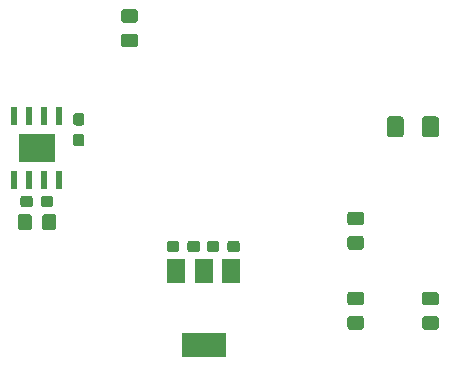
<source format=gbr>
G04 #@! TF.GenerationSoftware,KiCad,Pcbnew,5.1.5-52549c5~86~ubuntu18.04.1*
G04 #@! TF.CreationDate,2020-04-19T01:33:55+01:00*
G04 #@! TF.ProjectId,scot-controller,73636f74-2d63-46f6-9e74-726f6c6c6572,rev?*
G04 #@! TF.SameCoordinates,Original*
G04 #@! TF.FileFunction,Paste,Top*
G04 #@! TF.FilePolarity,Positive*
%FSLAX46Y46*%
G04 Gerber Fmt 4.6, Leading zero omitted, Abs format (unit mm)*
G04 Created by KiCad (PCBNEW 5.1.5-52549c5~86~ubuntu18.04.1) date 2020-04-19 01:33:55*
%MOMM*%
%LPD*%
G04 APERTURE LIST*
%ADD10C,0.100000*%
%ADD11R,3.102000X2.402000*%
%ADD12R,0.600000X1.550000*%
%ADD13R,1.500000X2.000000*%
%ADD14R,3.800000X2.000000*%
G04 APERTURE END LIST*
D10*
G36*
X218826979Y-91093144D02*
G01*
X218850034Y-91096563D01*
X218872643Y-91102227D01*
X218894587Y-91110079D01*
X218915657Y-91120044D01*
X218935648Y-91132026D01*
X218954368Y-91145910D01*
X218971638Y-91161562D01*
X218987290Y-91178832D01*
X219001174Y-91197552D01*
X219013156Y-91217543D01*
X219023121Y-91238613D01*
X219030973Y-91260557D01*
X219036637Y-91283166D01*
X219040056Y-91306221D01*
X219041200Y-91329500D01*
X219041200Y-91804500D01*
X219040056Y-91827779D01*
X219036637Y-91850834D01*
X219030973Y-91873443D01*
X219023121Y-91895387D01*
X219013156Y-91916457D01*
X219001174Y-91936448D01*
X218987290Y-91955168D01*
X218971638Y-91972438D01*
X218954368Y-91988090D01*
X218935648Y-92001974D01*
X218915657Y-92013956D01*
X218894587Y-92023921D01*
X218872643Y-92031773D01*
X218850034Y-92037437D01*
X218826979Y-92040856D01*
X218803700Y-92042000D01*
X218228700Y-92042000D01*
X218205421Y-92040856D01*
X218182366Y-92037437D01*
X218159757Y-92031773D01*
X218137813Y-92023921D01*
X218116743Y-92013956D01*
X218096752Y-92001974D01*
X218078032Y-91988090D01*
X218060762Y-91972438D01*
X218045110Y-91955168D01*
X218031226Y-91936448D01*
X218019244Y-91916457D01*
X218009279Y-91895387D01*
X218001427Y-91873443D01*
X217995763Y-91850834D01*
X217992344Y-91827779D01*
X217991200Y-91804500D01*
X217991200Y-91329500D01*
X217992344Y-91306221D01*
X217995763Y-91283166D01*
X218001427Y-91260557D01*
X218009279Y-91238613D01*
X218019244Y-91217543D01*
X218031226Y-91197552D01*
X218045110Y-91178832D01*
X218060762Y-91161562D01*
X218078032Y-91145910D01*
X218096752Y-91132026D01*
X218116743Y-91120044D01*
X218137813Y-91110079D01*
X218159757Y-91102227D01*
X218182366Y-91096563D01*
X218205421Y-91093144D01*
X218228700Y-91092000D01*
X218803700Y-91092000D01*
X218826979Y-91093144D01*
G37*
G36*
X220576979Y-91093144D02*
G01*
X220600034Y-91096563D01*
X220622643Y-91102227D01*
X220644587Y-91110079D01*
X220665657Y-91120044D01*
X220685648Y-91132026D01*
X220704368Y-91145910D01*
X220721638Y-91161562D01*
X220737290Y-91178832D01*
X220751174Y-91197552D01*
X220763156Y-91217543D01*
X220773121Y-91238613D01*
X220780973Y-91260557D01*
X220786637Y-91283166D01*
X220790056Y-91306221D01*
X220791200Y-91329500D01*
X220791200Y-91804500D01*
X220790056Y-91827779D01*
X220786637Y-91850834D01*
X220780973Y-91873443D01*
X220773121Y-91895387D01*
X220763156Y-91916457D01*
X220751174Y-91936448D01*
X220737290Y-91955168D01*
X220721638Y-91972438D01*
X220704368Y-91988090D01*
X220685648Y-92001974D01*
X220665657Y-92013956D01*
X220644587Y-92023921D01*
X220622643Y-92031773D01*
X220600034Y-92037437D01*
X220576979Y-92040856D01*
X220553700Y-92042000D01*
X219978700Y-92042000D01*
X219955421Y-92040856D01*
X219932366Y-92037437D01*
X219909757Y-92031773D01*
X219887813Y-92023921D01*
X219866743Y-92013956D01*
X219846752Y-92001974D01*
X219828032Y-91988090D01*
X219810762Y-91972438D01*
X219795110Y-91955168D01*
X219781226Y-91936448D01*
X219769244Y-91916457D01*
X219759279Y-91895387D01*
X219751427Y-91873443D01*
X219745763Y-91850834D01*
X219742344Y-91827779D01*
X219741200Y-91804500D01*
X219741200Y-91329500D01*
X219742344Y-91306221D01*
X219745763Y-91283166D01*
X219751427Y-91260557D01*
X219759279Y-91238613D01*
X219769244Y-91217543D01*
X219781226Y-91197552D01*
X219795110Y-91178832D01*
X219810762Y-91161562D01*
X219828032Y-91145910D01*
X219846752Y-91132026D01*
X219866743Y-91120044D01*
X219887813Y-91110079D01*
X219909757Y-91102227D01*
X219932366Y-91096563D01*
X219955421Y-91093144D01*
X219978700Y-91092000D01*
X220553700Y-91092000D01*
X220576979Y-91093144D01*
G37*
D11*
X203606400Y-83210400D03*
D12*
X201701400Y-80510400D03*
X202971400Y-80510400D03*
X204241400Y-80510400D03*
X205511400Y-80510400D03*
X205511400Y-85910400D03*
X204241400Y-85910400D03*
X202971400Y-85910400D03*
X201701400Y-85910400D03*
D13*
X220028800Y-93649000D03*
X215428800Y-93649000D03*
X217728800Y-93649000D03*
D14*
X217728800Y-99949000D03*
D10*
G36*
X211929505Y-71493404D02*
G01*
X211953773Y-71497004D01*
X211977572Y-71502965D01*
X212000671Y-71511230D01*
X212022850Y-71521720D01*
X212043893Y-71534332D01*
X212063599Y-71548947D01*
X212081777Y-71565423D01*
X212098253Y-71583601D01*
X212112868Y-71603307D01*
X212125480Y-71624350D01*
X212135970Y-71646529D01*
X212144235Y-71669628D01*
X212150196Y-71693427D01*
X212153796Y-71717695D01*
X212155000Y-71742199D01*
X212155000Y-72392201D01*
X212153796Y-72416705D01*
X212150196Y-72440973D01*
X212144235Y-72464772D01*
X212135970Y-72487871D01*
X212125480Y-72510050D01*
X212112868Y-72531093D01*
X212098253Y-72550799D01*
X212081777Y-72568977D01*
X212063599Y-72585453D01*
X212043893Y-72600068D01*
X212022850Y-72612680D01*
X212000671Y-72623170D01*
X211977572Y-72631435D01*
X211953773Y-72637396D01*
X211929505Y-72640996D01*
X211905001Y-72642200D01*
X211004999Y-72642200D01*
X210980495Y-72640996D01*
X210956227Y-72637396D01*
X210932428Y-72631435D01*
X210909329Y-72623170D01*
X210887150Y-72612680D01*
X210866107Y-72600068D01*
X210846401Y-72585453D01*
X210828223Y-72568977D01*
X210811747Y-72550799D01*
X210797132Y-72531093D01*
X210784520Y-72510050D01*
X210774030Y-72487871D01*
X210765765Y-72464772D01*
X210759804Y-72440973D01*
X210756204Y-72416705D01*
X210755000Y-72392201D01*
X210755000Y-71742199D01*
X210756204Y-71717695D01*
X210759804Y-71693427D01*
X210765765Y-71669628D01*
X210774030Y-71646529D01*
X210784520Y-71624350D01*
X210797132Y-71603307D01*
X210811747Y-71583601D01*
X210828223Y-71565423D01*
X210846401Y-71548947D01*
X210866107Y-71534332D01*
X210887150Y-71521720D01*
X210909329Y-71511230D01*
X210932428Y-71502965D01*
X210956227Y-71497004D01*
X210980495Y-71493404D01*
X211004999Y-71492200D01*
X211905001Y-71492200D01*
X211929505Y-71493404D01*
G37*
G36*
X211929505Y-73543404D02*
G01*
X211953773Y-73547004D01*
X211977572Y-73552965D01*
X212000671Y-73561230D01*
X212022850Y-73571720D01*
X212043893Y-73584332D01*
X212063599Y-73598947D01*
X212081777Y-73615423D01*
X212098253Y-73633601D01*
X212112868Y-73653307D01*
X212125480Y-73674350D01*
X212135970Y-73696529D01*
X212144235Y-73719628D01*
X212150196Y-73743427D01*
X212153796Y-73767695D01*
X212155000Y-73792199D01*
X212155000Y-74442201D01*
X212153796Y-74466705D01*
X212150196Y-74490973D01*
X212144235Y-74514772D01*
X212135970Y-74537871D01*
X212125480Y-74560050D01*
X212112868Y-74581093D01*
X212098253Y-74600799D01*
X212081777Y-74618977D01*
X212063599Y-74635453D01*
X212043893Y-74650068D01*
X212022850Y-74662680D01*
X212000671Y-74673170D01*
X211977572Y-74681435D01*
X211953773Y-74687396D01*
X211929505Y-74690996D01*
X211905001Y-74692200D01*
X211004999Y-74692200D01*
X210980495Y-74690996D01*
X210956227Y-74687396D01*
X210932428Y-74681435D01*
X210909329Y-74673170D01*
X210887150Y-74662680D01*
X210866107Y-74650068D01*
X210846401Y-74635453D01*
X210828223Y-74618977D01*
X210811747Y-74600799D01*
X210797132Y-74581093D01*
X210784520Y-74560050D01*
X210774030Y-74537871D01*
X210765765Y-74514772D01*
X210759804Y-74490973D01*
X210756204Y-74466705D01*
X210755000Y-74442201D01*
X210755000Y-73792199D01*
X210756204Y-73767695D01*
X210759804Y-73743427D01*
X210765765Y-73719628D01*
X210774030Y-73696529D01*
X210784520Y-73674350D01*
X210797132Y-73653307D01*
X210811747Y-73633601D01*
X210828223Y-73615423D01*
X210846401Y-73598947D01*
X210866107Y-73584332D01*
X210887150Y-73571720D01*
X210909329Y-73561230D01*
X210932428Y-73552965D01*
X210956227Y-73547004D01*
X210980495Y-73543404D01*
X211004999Y-73542200D01*
X211905001Y-73542200D01*
X211929505Y-73543404D01*
G37*
G36*
X231081105Y-95403804D02*
G01*
X231105373Y-95407404D01*
X231129172Y-95413365D01*
X231152271Y-95421630D01*
X231174450Y-95432120D01*
X231195493Y-95444732D01*
X231215199Y-95459347D01*
X231233377Y-95475823D01*
X231249853Y-95494001D01*
X231264468Y-95513707D01*
X231277080Y-95534750D01*
X231287570Y-95556929D01*
X231295835Y-95580028D01*
X231301796Y-95603827D01*
X231305396Y-95628095D01*
X231306600Y-95652599D01*
X231306600Y-96302601D01*
X231305396Y-96327105D01*
X231301796Y-96351373D01*
X231295835Y-96375172D01*
X231287570Y-96398271D01*
X231277080Y-96420450D01*
X231264468Y-96441493D01*
X231249853Y-96461199D01*
X231233377Y-96479377D01*
X231215199Y-96495853D01*
X231195493Y-96510468D01*
X231174450Y-96523080D01*
X231152271Y-96533570D01*
X231129172Y-96541835D01*
X231105373Y-96547796D01*
X231081105Y-96551396D01*
X231056601Y-96552600D01*
X230156599Y-96552600D01*
X230132095Y-96551396D01*
X230107827Y-96547796D01*
X230084028Y-96541835D01*
X230060929Y-96533570D01*
X230038750Y-96523080D01*
X230017707Y-96510468D01*
X229998001Y-96495853D01*
X229979823Y-96479377D01*
X229963347Y-96461199D01*
X229948732Y-96441493D01*
X229936120Y-96420450D01*
X229925630Y-96398271D01*
X229917365Y-96375172D01*
X229911404Y-96351373D01*
X229907804Y-96327105D01*
X229906600Y-96302601D01*
X229906600Y-95652599D01*
X229907804Y-95628095D01*
X229911404Y-95603827D01*
X229917365Y-95580028D01*
X229925630Y-95556929D01*
X229936120Y-95534750D01*
X229948732Y-95513707D01*
X229963347Y-95494001D01*
X229979823Y-95475823D01*
X229998001Y-95459347D01*
X230017707Y-95444732D01*
X230038750Y-95432120D01*
X230060929Y-95421630D01*
X230084028Y-95413365D01*
X230107827Y-95407404D01*
X230132095Y-95403804D01*
X230156599Y-95402600D01*
X231056601Y-95402600D01*
X231081105Y-95403804D01*
G37*
G36*
X231081105Y-97453804D02*
G01*
X231105373Y-97457404D01*
X231129172Y-97463365D01*
X231152271Y-97471630D01*
X231174450Y-97482120D01*
X231195493Y-97494732D01*
X231215199Y-97509347D01*
X231233377Y-97525823D01*
X231249853Y-97544001D01*
X231264468Y-97563707D01*
X231277080Y-97584750D01*
X231287570Y-97606929D01*
X231295835Y-97630028D01*
X231301796Y-97653827D01*
X231305396Y-97678095D01*
X231306600Y-97702599D01*
X231306600Y-98352601D01*
X231305396Y-98377105D01*
X231301796Y-98401373D01*
X231295835Y-98425172D01*
X231287570Y-98448271D01*
X231277080Y-98470450D01*
X231264468Y-98491493D01*
X231249853Y-98511199D01*
X231233377Y-98529377D01*
X231215199Y-98545853D01*
X231195493Y-98560468D01*
X231174450Y-98573080D01*
X231152271Y-98583570D01*
X231129172Y-98591835D01*
X231105373Y-98597796D01*
X231081105Y-98601396D01*
X231056601Y-98602600D01*
X230156599Y-98602600D01*
X230132095Y-98601396D01*
X230107827Y-98597796D01*
X230084028Y-98591835D01*
X230060929Y-98583570D01*
X230038750Y-98573080D01*
X230017707Y-98560468D01*
X229998001Y-98545853D01*
X229979823Y-98529377D01*
X229963347Y-98511199D01*
X229948732Y-98491493D01*
X229936120Y-98470450D01*
X229925630Y-98448271D01*
X229917365Y-98425172D01*
X229911404Y-98401373D01*
X229907804Y-98377105D01*
X229906600Y-98352601D01*
X229906600Y-97702599D01*
X229907804Y-97678095D01*
X229911404Y-97653827D01*
X229917365Y-97630028D01*
X229925630Y-97606929D01*
X229936120Y-97584750D01*
X229948732Y-97563707D01*
X229963347Y-97544001D01*
X229979823Y-97525823D01*
X229998001Y-97509347D01*
X230017707Y-97494732D01*
X230038750Y-97482120D01*
X230060929Y-97471630D01*
X230084028Y-97463365D01*
X230107827Y-97457404D01*
X230132095Y-97453804D01*
X230156599Y-97452600D01*
X231056601Y-97452600D01*
X231081105Y-97453804D01*
G37*
G36*
X204997305Y-88810804D02*
G01*
X205021573Y-88814404D01*
X205045372Y-88820365D01*
X205068471Y-88828630D01*
X205090650Y-88839120D01*
X205111693Y-88851732D01*
X205131399Y-88866347D01*
X205149577Y-88882823D01*
X205166053Y-88901001D01*
X205180668Y-88920707D01*
X205193280Y-88941750D01*
X205203770Y-88963929D01*
X205212035Y-88987028D01*
X205217996Y-89010827D01*
X205221596Y-89035095D01*
X205222800Y-89059599D01*
X205222800Y-89959601D01*
X205221596Y-89984105D01*
X205217996Y-90008373D01*
X205212035Y-90032172D01*
X205203770Y-90055271D01*
X205193280Y-90077450D01*
X205180668Y-90098493D01*
X205166053Y-90118199D01*
X205149577Y-90136377D01*
X205131399Y-90152853D01*
X205111693Y-90167468D01*
X205090650Y-90180080D01*
X205068471Y-90190570D01*
X205045372Y-90198835D01*
X205021573Y-90204796D01*
X204997305Y-90208396D01*
X204972801Y-90209600D01*
X204322799Y-90209600D01*
X204298295Y-90208396D01*
X204274027Y-90204796D01*
X204250228Y-90198835D01*
X204227129Y-90190570D01*
X204204950Y-90180080D01*
X204183907Y-90167468D01*
X204164201Y-90152853D01*
X204146023Y-90136377D01*
X204129547Y-90118199D01*
X204114932Y-90098493D01*
X204102320Y-90077450D01*
X204091830Y-90055271D01*
X204083565Y-90032172D01*
X204077604Y-90008373D01*
X204074004Y-89984105D01*
X204072800Y-89959601D01*
X204072800Y-89059599D01*
X204074004Y-89035095D01*
X204077604Y-89010827D01*
X204083565Y-88987028D01*
X204091830Y-88963929D01*
X204102320Y-88941750D01*
X204114932Y-88920707D01*
X204129547Y-88901001D01*
X204146023Y-88882823D01*
X204164201Y-88866347D01*
X204183907Y-88851732D01*
X204204950Y-88839120D01*
X204227129Y-88828630D01*
X204250228Y-88820365D01*
X204274027Y-88814404D01*
X204298295Y-88810804D01*
X204322799Y-88809600D01*
X204972801Y-88809600D01*
X204997305Y-88810804D01*
G37*
G36*
X202947305Y-88810804D02*
G01*
X202971573Y-88814404D01*
X202995372Y-88820365D01*
X203018471Y-88828630D01*
X203040650Y-88839120D01*
X203061693Y-88851732D01*
X203081399Y-88866347D01*
X203099577Y-88882823D01*
X203116053Y-88901001D01*
X203130668Y-88920707D01*
X203143280Y-88941750D01*
X203153770Y-88963929D01*
X203162035Y-88987028D01*
X203167996Y-89010827D01*
X203171596Y-89035095D01*
X203172800Y-89059599D01*
X203172800Y-89959601D01*
X203171596Y-89984105D01*
X203167996Y-90008373D01*
X203162035Y-90032172D01*
X203153770Y-90055271D01*
X203143280Y-90077450D01*
X203130668Y-90098493D01*
X203116053Y-90118199D01*
X203099577Y-90136377D01*
X203081399Y-90152853D01*
X203061693Y-90167468D01*
X203040650Y-90180080D01*
X203018471Y-90190570D01*
X202995372Y-90198835D01*
X202971573Y-90204796D01*
X202947305Y-90208396D01*
X202922801Y-90209600D01*
X202272799Y-90209600D01*
X202248295Y-90208396D01*
X202224027Y-90204796D01*
X202200228Y-90198835D01*
X202177129Y-90190570D01*
X202154950Y-90180080D01*
X202133907Y-90167468D01*
X202114201Y-90152853D01*
X202096023Y-90136377D01*
X202079547Y-90118199D01*
X202064932Y-90098493D01*
X202052320Y-90077450D01*
X202041830Y-90055271D01*
X202033565Y-90032172D01*
X202027604Y-90008373D01*
X202024004Y-89984105D01*
X202022800Y-89959601D01*
X202022800Y-89059599D01*
X202024004Y-89035095D01*
X202027604Y-89010827D01*
X202033565Y-88987028D01*
X202041830Y-88963929D01*
X202052320Y-88941750D01*
X202064932Y-88920707D01*
X202079547Y-88901001D01*
X202096023Y-88882823D01*
X202114201Y-88866347D01*
X202133907Y-88851732D01*
X202154950Y-88839120D01*
X202177129Y-88828630D01*
X202200228Y-88820365D01*
X202224027Y-88814404D01*
X202248295Y-88810804D01*
X202272799Y-88809600D01*
X202922801Y-88809600D01*
X202947305Y-88810804D01*
G37*
G36*
X204806179Y-87283144D02*
G01*
X204829234Y-87286563D01*
X204851843Y-87292227D01*
X204873787Y-87300079D01*
X204894857Y-87310044D01*
X204914848Y-87322026D01*
X204933568Y-87335910D01*
X204950838Y-87351562D01*
X204966490Y-87368832D01*
X204980374Y-87387552D01*
X204992356Y-87407543D01*
X205002321Y-87428613D01*
X205010173Y-87450557D01*
X205015837Y-87473166D01*
X205019256Y-87496221D01*
X205020400Y-87519500D01*
X205020400Y-87994500D01*
X205019256Y-88017779D01*
X205015837Y-88040834D01*
X205010173Y-88063443D01*
X205002321Y-88085387D01*
X204992356Y-88106457D01*
X204980374Y-88126448D01*
X204966490Y-88145168D01*
X204950838Y-88162438D01*
X204933568Y-88178090D01*
X204914848Y-88191974D01*
X204894857Y-88203956D01*
X204873787Y-88213921D01*
X204851843Y-88221773D01*
X204829234Y-88227437D01*
X204806179Y-88230856D01*
X204782900Y-88232000D01*
X204207900Y-88232000D01*
X204184621Y-88230856D01*
X204161566Y-88227437D01*
X204138957Y-88221773D01*
X204117013Y-88213921D01*
X204095943Y-88203956D01*
X204075952Y-88191974D01*
X204057232Y-88178090D01*
X204039962Y-88162438D01*
X204024310Y-88145168D01*
X204010426Y-88126448D01*
X203998444Y-88106457D01*
X203988479Y-88085387D01*
X203980627Y-88063443D01*
X203974963Y-88040834D01*
X203971544Y-88017779D01*
X203970400Y-87994500D01*
X203970400Y-87519500D01*
X203971544Y-87496221D01*
X203974963Y-87473166D01*
X203980627Y-87450557D01*
X203988479Y-87428613D01*
X203998444Y-87407543D01*
X204010426Y-87387552D01*
X204024310Y-87368832D01*
X204039962Y-87351562D01*
X204057232Y-87335910D01*
X204075952Y-87322026D01*
X204095943Y-87310044D01*
X204117013Y-87300079D01*
X204138957Y-87292227D01*
X204161566Y-87286563D01*
X204184621Y-87283144D01*
X204207900Y-87282000D01*
X204782900Y-87282000D01*
X204806179Y-87283144D01*
G37*
G36*
X203056179Y-87283144D02*
G01*
X203079234Y-87286563D01*
X203101843Y-87292227D01*
X203123787Y-87300079D01*
X203144857Y-87310044D01*
X203164848Y-87322026D01*
X203183568Y-87335910D01*
X203200838Y-87351562D01*
X203216490Y-87368832D01*
X203230374Y-87387552D01*
X203242356Y-87407543D01*
X203252321Y-87428613D01*
X203260173Y-87450557D01*
X203265837Y-87473166D01*
X203269256Y-87496221D01*
X203270400Y-87519500D01*
X203270400Y-87994500D01*
X203269256Y-88017779D01*
X203265837Y-88040834D01*
X203260173Y-88063443D01*
X203252321Y-88085387D01*
X203242356Y-88106457D01*
X203230374Y-88126448D01*
X203216490Y-88145168D01*
X203200838Y-88162438D01*
X203183568Y-88178090D01*
X203164848Y-88191974D01*
X203144857Y-88203956D01*
X203123787Y-88213921D01*
X203101843Y-88221773D01*
X203079234Y-88227437D01*
X203056179Y-88230856D01*
X203032900Y-88232000D01*
X202457900Y-88232000D01*
X202434621Y-88230856D01*
X202411566Y-88227437D01*
X202388957Y-88221773D01*
X202367013Y-88213921D01*
X202345943Y-88203956D01*
X202325952Y-88191974D01*
X202307232Y-88178090D01*
X202289962Y-88162438D01*
X202274310Y-88145168D01*
X202260426Y-88126448D01*
X202248444Y-88106457D01*
X202238479Y-88085387D01*
X202230627Y-88063443D01*
X202224963Y-88040834D01*
X202221544Y-88017779D01*
X202220400Y-87994500D01*
X202220400Y-87519500D01*
X202221544Y-87496221D01*
X202224963Y-87473166D01*
X202230627Y-87450557D01*
X202238479Y-87428613D01*
X202248444Y-87407543D01*
X202260426Y-87387552D01*
X202274310Y-87368832D01*
X202289962Y-87351562D01*
X202307232Y-87335910D01*
X202325952Y-87322026D01*
X202345943Y-87310044D01*
X202367013Y-87300079D01*
X202388957Y-87292227D01*
X202411566Y-87286563D01*
X202434621Y-87283144D01*
X202457900Y-87282000D01*
X203032900Y-87282000D01*
X203056179Y-87283144D01*
G37*
G36*
X207423179Y-80276144D02*
G01*
X207446234Y-80279563D01*
X207468843Y-80285227D01*
X207490787Y-80293079D01*
X207511857Y-80303044D01*
X207531848Y-80315026D01*
X207550568Y-80328910D01*
X207567838Y-80344562D01*
X207583490Y-80361832D01*
X207597374Y-80380552D01*
X207609356Y-80400543D01*
X207619321Y-80421613D01*
X207627173Y-80443557D01*
X207632837Y-80466166D01*
X207636256Y-80489221D01*
X207637400Y-80512500D01*
X207637400Y-81087500D01*
X207636256Y-81110779D01*
X207632837Y-81133834D01*
X207627173Y-81156443D01*
X207619321Y-81178387D01*
X207609356Y-81199457D01*
X207597374Y-81219448D01*
X207583490Y-81238168D01*
X207567838Y-81255438D01*
X207550568Y-81271090D01*
X207531848Y-81284974D01*
X207511857Y-81296956D01*
X207490787Y-81306921D01*
X207468843Y-81314773D01*
X207446234Y-81320437D01*
X207423179Y-81323856D01*
X207399900Y-81325000D01*
X206924900Y-81325000D01*
X206901621Y-81323856D01*
X206878566Y-81320437D01*
X206855957Y-81314773D01*
X206834013Y-81306921D01*
X206812943Y-81296956D01*
X206792952Y-81284974D01*
X206774232Y-81271090D01*
X206756962Y-81255438D01*
X206741310Y-81238168D01*
X206727426Y-81219448D01*
X206715444Y-81199457D01*
X206705479Y-81178387D01*
X206697627Y-81156443D01*
X206691963Y-81133834D01*
X206688544Y-81110779D01*
X206687400Y-81087500D01*
X206687400Y-80512500D01*
X206688544Y-80489221D01*
X206691963Y-80466166D01*
X206697627Y-80443557D01*
X206705479Y-80421613D01*
X206715444Y-80400543D01*
X206727426Y-80380552D01*
X206741310Y-80361832D01*
X206756962Y-80344562D01*
X206774232Y-80328910D01*
X206792952Y-80315026D01*
X206812943Y-80303044D01*
X206834013Y-80293079D01*
X206855957Y-80285227D01*
X206878566Y-80279563D01*
X206901621Y-80276144D01*
X206924900Y-80275000D01*
X207399900Y-80275000D01*
X207423179Y-80276144D01*
G37*
G36*
X207423179Y-82026144D02*
G01*
X207446234Y-82029563D01*
X207468843Y-82035227D01*
X207490787Y-82043079D01*
X207511857Y-82053044D01*
X207531848Y-82065026D01*
X207550568Y-82078910D01*
X207567838Y-82094562D01*
X207583490Y-82111832D01*
X207597374Y-82130552D01*
X207609356Y-82150543D01*
X207619321Y-82171613D01*
X207627173Y-82193557D01*
X207632837Y-82216166D01*
X207636256Y-82239221D01*
X207637400Y-82262500D01*
X207637400Y-82837500D01*
X207636256Y-82860779D01*
X207632837Y-82883834D01*
X207627173Y-82906443D01*
X207619321Y-82928387D01*
X207609356Y-82949457D01*
X207597374Y-82969448D01*
X207583490Y-82988168D01*
X207567838Y-83005438D01*
X207550568Y-83021090D01*
X207531848Y-83034974D01*
X207511857Y-83046956D01*
X207490787Y-83056921D01*
X207468843Y-83064773D01*
X207446234Y-83070437D01*
X207423179Y-83073856D01*
X207399900Y-83075000D01*
X206924900Y-83075000D01*
X206901621Y-83073856D01*
X206878566Y-83070437D01*
X206855957Y-83064773D01*
X206834013Y-83056921D01*
X206812943Y-83046956D01*
X206792952Y-83034974D01*
X206774232Y-83021090D01*
X206756962Y-83005438D01*
X206741310Y-82988168D01*
X206727426Y-82969448D01*
X206715444Y-82949457D01*
X206705479Y-82928387D01*
X206697627Y-82906443D01*
X206691963Y-82883834D01*
X206688544Y-82860779D01*
X206687400Y-82837500D01*
X206687400Y-82262500D01*
X206688544Y-82239221D01*
X206691963Y-82216166D01*
X206697627Y-82193557D01*
X206705479Y-82171613D01*
X206715444Y-82150543D01*
X206727426Y-82130552D01*
X206741310Y-82111832D01*
X206756962Y-82094562D01*
X206774232Y-82078910D01*
X206792952Y-82065026D01*
X206812943Y-82053044D01*
X206834013Y-82043079D01*
X206855957Y-82035227D01*
X206878566Y-82029563D01*
X206901621Y-82026144D01*
X206924900Y-82025000D01*
X207399900Y-82025000D01*
X207423179Y-82026144D01*
G37*
G36*
X217201379Y-91093144D02*
G01*
X217224434Y-91096563D01*
X217247043Y-91102227D01*
X217268987Y-91110079D01*
X217290057Y-91120044D01*
X217310048Y-91132026D01*
X217328768Y-91145910D01*
X217346038Y-91161562D01*
X217361690Y-91178832D01*
X217375574Y-91197552D01*
X217387556Y-91217543D01*
X217397521Y-91238613D01*
X217405373Y-91260557D01*
X217411037Y-91283166D01*
X217414456Y-91306221D01*
X217415600Y-91329500D01*
X217415600Y-91804500D01*
X217414456Y-91827779D01*
X217411037Y-91850834D01*
X217405373Y-91873443D01*
X217397521Y-91895387D01*
X217387556Y-91916457D01*
X217375574Y-91936448D01*
X217361690Y-91955168D01*
X217346038Y-91972438D01*
X217328768Y-91988090D01*
X217310048Y-92001974D01*
X217290057Y-92013956D01*
X217268987Y-92023921D01*
X217247043Y-92031773D01*
X217224434Y-92037437D01*
X217201379Y-92040856D01*
X217178100Y-92042000D01*
X216603100Y-92042000D01*
X216579821Y-92040856D01*
X216556766Y-92037437D01*
X216534157Y-92031773D01*
X216512213Y-92023921D01*
X216491143Y-92013956D01*
X216471152Y-92001974D01*
X216452432Y-91988090D01*
X216435162Y-91972438D01*
X216419510Y-91955168D01*
X216405626Y-91936448D01*
X216393644Y-91916457D01*
X216383679Y-91895387D01*
X216375827Y-91873443D01*
X216370163Y-91850834D01*
X216366744Y-91827779D01*
X216365600Y-91804500D01*
X216365600Y-91329500D01*
X216366744Y-91306221D01*
X216370163Y-91283166D01*
X216375827Y-91260557D01*
X216383679Y-91238613D01*
X216393644Y-91217543D01*
X216405626Y-91197552D01*
X216419510Y-91178832D01*
X216435162Y-91161562D01*
X216452432Y-91145910D01*
X216471152Y-91132026D01*
X216491143Y-91120044D01*
X216512213Y-91110079D01*
X216534157Y-91102227D01*
X216556766Y-91096563D01*
X216579821Y-91093144D01*
X216603100Y-91092000D01*
X217178100Y-91092000D01*
X217201379Y-91093144D01*
G37*
G36*
X215451379Y-91093144D02*
G01*
X215474434Y-91096563D01*
X215497043Y-91102227D01*
X215518987Y-91110079D01*
X215540057Y-91120044D01*
X215560048Y-91132026D01*
X215578768Y-91145910D01*
X215596038Y-91161562D01*
X215611690Y-91178832D01*
X215625574Y-91197552D01*
X215637556Y-91217543D01*
X215647521Y-91238613D01*
X215655373Y-91260557D01*
X215661037Y-91283166D01*
X215664456Y-91306221D01*
X215665600Y-91329500D01*
X215665600Y-91804500D01*
X215664456Y-91827779D01*
X215661037Y-91850834D01*
X215655373Y-91873443D01*
X215647521Y-91895387D01*
X215637556Y-91916457D01*
X215625574Y-91936448D01*
X215611690Y-91955168D01*
X215596038Y-91972438D01*
X215578768Y-91988090D01*
X215560048Y-92001974D01*
X215540057Y-92013956D01*
X215518987Y-92023921D01*
X215497043Y-92031773D01*
X215474434Y-92037437D01*
X215451379Y-92040856D01*
X215428100Y-92042000D01*
X214853100Y-92042000D01*
X214829821Y-92040856D01*
X214806766Y-92037437D01*
X214784157Y-92031773D01*
X214762213Y-92023921D01*
X214741143Y-92013956D01*
X214721152Y-92001974D01*
X214702432Y-91988090D01*
X214685162Y-91972438D01*
X214669510Y-91955168D01*
X214655626Y-91936448D01*
X214643644Y-91916457D01*
X214633679Y-91895387D01*
X214625827Y-91873443D01*
X214620163Y-91850834D01*
X214616744Y-91827779D01*
X214615600Y-91804500D01*
X214615600Y-91329500D01*
X214616744Y-91306221D01*
X214620163Y-91283166D01*
X214625827Y-91260557D01*
X214633679Y-91238613D01*
X214643644Y-91217543D01*
X214655626Y-91197552D01*
X214669510Y-91178832D01*
X214685162Y-91161562D01*
X214702432Y-91145910D01*
X214721152Y-91132026D01*
X214741143Y-91120044D01*
X214762213Y-91110079D01*
X214784157Y-91102227D01*
X214806766Y-91096563D01*
X214829821Y-91093144D01*
X214853100Y-91092000D01*
X215428100Y-91092000D01*
X215451379Y-91093144D01*
G37*
G36*
X237405705Y-95412804D02*
G01*
X237429973Y-95416404D01*
X237453772Y-95422365D01*
X237476871Y-95430630D01*
X237499050Y-95441120D01*
X237520093Y-95453732D01*
X237539799Y-95468347D01*
X237557977Y-95484823D01*
X237574453Y-95503001D01*
X237589068Y-95522707D01*
X237601680Y-95543750D01*
X237612170Y-95565929D01*
X237620435Y-95589028D01*
X237626396Y-95612827D01*
X237629996Y-95637095D01*
X237631200Y-95661599D01*
X237631200Y-96311601D01*
X237629996Y-96336105D01*
X237626396Y-96360373D01*
X237620435Y-96384172D01*
X237612170Y-96407271D01*
X237601680Y-96429450D01*
X237589068Y-96450493D01*
X237574453Y-96470199D01*
X237557977Y-96488377D01*
X237539799Y-96504853D01*
X237520093Y-96519468D01*
X237499050Y-96532080D01*
X237476871Y-96542570D01*
X237453772Y-96550835D01*
X237429973Y-96556796D01*
X237405705Y-96560396D01*
X237381201Y-96561600D01*
X236481199Y-96561600D01*
X236456695Y-96560396D01*
X236432427Y-96556796D01*
X236408628Y-96550835D01*
X236385529Y-96542570D01*
X236363350Y-96532080D01*
X236342307Y-96519468D01*
X236322601Y-96504853D01*
X236304423Y-96488377D01*
X236287947Y-96470199D01*
X236273332Y-96450493D01*
X236260720Y-96429450D01*
X236250230Y-96407271D01*
X236241965Y-96384172D01*
X236236004Y-96360373D01*
X236232404Y-96336105D01*
X236231200Y-96311601D01*
X236231200Y-95661599D01*
X236232404Y-95637095D01*
X236236004Y-95612827D01*
X236241965Y-95589028D01*
X236250230Y-95565929D01*
X236260720Y-95543750D01*
X236273332Y-95522707D01*
X236287947Y-95503001D01*
X236304423Y-95484823D01*
X236322601Y-95468347D01*
X236342307Y-95453732D01*
X236363350Y-95441120D01*
X236385529Y-95430630D01*
X236408628Y-95422365D01*
X236432427Y-95416404D01*
X236456695Y-95412804D01*
X236481199Y-95411600D01*
X237381201Y-95411600D01*
X237405705Y-95412804D01*
G37*
G36*
X237405705Y-97462804D02*
G01*
X237429973Y-97466404D01*
X237453772Y-97472365D01*
X237476871Y-97480630D01*
X237499050Y-97491120D01*
X237520093Y-97503732D01*
X237539799Y-97518347D01*
X237557977Y-97534823D01*
X237574453Y-97553001D01*
X237589068Y-97572707D01*
X237601680Y-97593750D01*
X237612170Y-97615929D01*
X237620435Y-97639028D01*
X237626396Y-97662827D01*
X237629996Y-97687095D01*
X237631200Y-97711599D01*
X237631200Y-98361601D01*
X237629996Y-98386105D01*
X237626396Y-98410373D01*
X237620435Y-98434172D01*
X237612170Y-98457271D01*
X237601680Y-98479450D01*
X237589068Y-98500493D01*
X237574453Y-98520199D01*
X237557977Y-98538377D01*
X237539799Y-98554853D01*
X237520093Y-98569468D01*
X237499050Y-98582080D01*
X237476871Y-98592570D01*
X237453772Y-98600835D01*
X237429973Y-98606796D01*
X237405705Y-98610396D01*
X237381201Y-98611600D01*
X236481199Y-98611600D01*
X236456695Y-98610396D01*
X236432427Y-98606796D01*
X236408628Y-98600835D01*
X236385529Y-98592570D01*
X236363350Y-98582080D01*
X236342307Y-98569468D01*
X236322601Y-98554853D01*
X236304423Y-98538377D01*
X236287947Y-98520199D01*
X236273332Y-98500493D01*
X236260720Y-98479450D01*
X236250230Y-98457271D01*
X236241965Y-98434172D01*
X236236004Y-98410373D01*
X236232404Y-98386105D01*
X236231200Y-98361601D01*
X236231200Y-97711599D01*
X236232404Y-97687095D01*
X236236004Y-97662827D01*
X236241965Y-97639028D01*
X236250230Y-97615929D01*
X236260720Y-97593750D01*
X236273332Y-97572707D01*
X236287947Y-97553001D01*
X236304423Y-97534823D01*
X236322601Y-97518347D01*
X236342307Y-97503732D01*
X236363350Y-97491120D01*
X236385529Y-97480630D01*
X236408628Y-97472365D01*
X236432427Y-97466404D01*
X236456695Y-97462804D01*
X236481199Y-97461600D01*
X237381201Y-97461600D01*
X237405705Y-97462804D01*
G37*
G36*
X231081105Y-88631004D02*
G01*
X231105373Y-88634604D01*
X231129172Y-88640565D01*
X231152271Y-88648830D01*
X231174450Y-88659320D01*
X231195493Y-88671932D01*
X231215199Y-88686547D01*
X231233377Y-88703023D01*
X231249853Y-88721201D01*
X231264468Y-88740907D01*
X231277080Y-88761950D01*
X231287570Y-88784129D01*
X231295835Y-88807228D01*
X231301796Y-88831027D01*
X231305396Y-88855295D01*
X231306600Y-88879799D01*
X231306600Y-89529801D01*
X231305396Y-89554305D01*
X231301796Y-89578573D01*
X231295835Y-89602372D01*
X231287570Y-89625471D01*
X231277080Y-89647650D01*
X231264468Y-89668693D01*
X231249853Y-89688399D01*
X231233377Y-89706577D01*
X231215199Y-89723053D01*
X231195493Y-89737668D01*
X231174450Y-89750280D01*
X231152271Y-89760770D01*
X231129172Y-89769035D01*
X231105373Y-89774996D01*
X231081105Y-89778596D01*
X231056601Y-89779800D01*
X230156599Y-89779800D01*
X230132095Y-89778596D01*
X230107827Y-89774996D01*
X230084028Y-89769035D01*
X230060929Y-89760770D01*
X230038750Y-89750280D01*
X230017707Y-89737668D01*
X229998001Y-89723053D01*
X229979823Y-89706577D01*
X229963347Y-89688399D01*
X229948732Y-89668693D01*
X229936120Y-89647650D01*
X229925630Y-89625471D01*
X229917365Y-89602372D01*
X229911404Y-89578573D01*
X229907804Y-89554305D01*
X229906600Y-89529801D01*
X229906600Y-88879799D01*
X229907804Y-88855295D01*
X229911404Y-88831027D01*
X229917365Y-88807228D01*
X229925630Y-88784129D01*
X229936120Y-88761950D01*
X229948732Y-88740907D01*
X229963347Y-88721201D01*
X229979823Y-88703023D01*
X229998001Y-88686547D01*
X230017707Y-88671932D01*
X230038750Y-88659320D01*
X230060929Y-88648830D01*
X230084028Y-88640565D01*
X230107827Y-88634604D01*
X230132095Y-88631004D01*
X230156599Y-88629800D01*
X231056601Y-88629800D01*
X231081105Y-88631004D01*
G37*
G36*
X231081105Y-90681004D02*
G01*
X231105373Y-90684604D01*
X231129172Y-90690565D01*
X231152271Y-90698830D01*
X231174450Y-90709320D01*
X231195493Y-90721932D01*
X231215199Y-90736547D01*
X231233377Y-90753023D01*
X231249853Y-90771201D01*
X231264468Y-90790907D01*
X231277080Y-90811950D01*
X231287570Y-90834129D01*
X231295835Y-90857228D01*
X231301796Y-90881027D01*
X231305396Y-90905295D01*
X231306600Y-90929799D01*
X231306600Y-91579801D01*
X231305396Y-91604305D01*
X231301796Y-91628573D01*
X231295835Y-91652372D01*
X231287570Y-91675471D01*
X231277080Y-91697650D01*
X231264468Y-91718693D01*
X231249853Y-91738399D01*
X231233377Y-91756577D01*
X231215199Y-91773053D01*
X231195493Y-91787668D01*
X231174450Y-91800280D01*
X231152271Y-91810770D01*
X231129172Y-91819035D01*
X231105373Y-91824996D01*
X231081105Y-91828596D01*
X231056601Y-91829800D01*
X230156599Y-91829800D01*
X230132095Y-91828596D01*
X230107827Y-91824996D01*
X230084028Y-91819035D01*
X230060929Y-91810770D01*
X230038750Y-91800280D01*
X230017707Y-91787668D01*
X229998001Y-91773053D01*
X229979823Y-91756577D01*
X229963347Y-91738399D01*
X229948732Y-91718693D01*
X229936120Y-91697650D01*
X229925630Y-91675471D01*
X229917365Y-91652372D01*
X229911404Y-91628573D01*
X229907804Y-91604305D01*
X229906600Y-91579801D01*
X229906600Y-90929799D01*
X229907804Y-90905295D01*
X229911404Y-90881027D01*
X229917365Y-90857228D01*
X229925630Y-90834129D01*
X229936120Y-90811950D01*
X229948732Y-90790907D01*
X229963347Y-90771201D01*
X229979823Y-90753023D01*
X229998001Y-90736547D01*
X230017707Y-90721932D01*
X230038750Y-90709320D01*
X230060929Y-90698830D01*
X230084028Y-90690565D01*
X230107827Y-90684604D01*
X230132095Y-90681004D01*
X230156599Y-90679800D01*
X231056601Y-90679800D01*
X231081105Y-90681004D01*
G37*
G36*
X237418204Y-80558604D02*
G01*
X237442473Y-80562204D01*
X237466271Y-80568165D01*
X237489371Y-80576430D01*
X237511549Y-80586920D01*
X237532593Y-80599533D01*
X237552298Y-80614147D01*
X237570477Y-80630623D01*
X237586953Y-80648802D01*
X237601567Y-80668507D01*
X237614180Y-80689551D01*
X237624670Y-80711729D01*
X237632935Y-80734829D01*
X237638896Y-80758627D01*
X237642496Y-80782896D01*
X237643700Y-80807400D01*
X237643700Y-82057400D01*
X237642496Y-82081904D01*
X237638896Y-82106173D01*
X237632935Y-82129971D01*
X237624670Y-82153071D01*
X237614180Y-82175249D01*
X237601567Y-82196293D01*
X237586953Y-82215998D01*
X237570477Y-82234177D01*
X237552298Y-82250653D01*
X237532593Y-82265267D01*
X237511549Y-82277880D01*
X237489371Y-82288370D01*
X237466271Y-82296635D01*
X237442473Y-82302596D01*
X237418204Y-82306196D01*
X237393700Y-82307400D01*
X236468700Y-82307400D01*
X236444196Y-82306196D01*
X236419927Y-82302596D01*
X236396129Y-82296635D01*
X236373029Y-82288370D01*
X236350851Y-82277880D01*
X236329807Y-82265267D01*
X236310102Y-82250653D01*
X236291923Y-82234177D01*
X236275447Y-82215998D01*
X236260833Y-82196293D01*
X236248220Y-82175249D01*
X236237730Y-82153071D01*
X236229465Y-82129971D01*
X236223504Y-82106173D01*
X236219904Y-82081904D01*
X236218700Y-82057400D01*
X236218700Y-80807400D01*
X236219904Y-80782896D01*
X236223504Y-80758627D01*
X236229465Y-80734829D01*
X236237730Y-80711729D01*
X236248220Y-80689551D01*
X236260833Y-80668507D01*
X236275447Y-80648802D01*
X236291923Y-80630623D01*
X236310102Y-80614147D01*
X236329807Y-80599533D01*
X236350851Y-80586920D01*
X236373029Y-80576430D01*
X236396129Y-80568165D01*
X236419927Y-80562204D01*
X236444196Y-80558604D01*
X236468700Y-80557400D01*
X237393700Y-80557400D01*
X237418204Y-80558604D01*
G37*
G36*
X234443204Y-80558604D02*
G01*
X234467473Y-80562204D01*
X234491271Y-80568165D01*
X234514371Y-80576430D01*
X234536549Y-80586920D01*
X234557593Y-80599533D01*
X234577298Y-80614147D01*
X234595477Y-80630623D01*
X234611953Y-80648802D01*
X234626567Y-80668507D01*
X234639180Y-80689551D01*
X234649670Y-80711729D01*
X234657935Y-80734829D01*
X234663896Y-80758627D01*
X234667496Y-80782896D01*
X234668700Y-80807400D01*
X234668700Y-82057400D01*
X234667496Y-82081904D01*
X234663896Y-82106173D01*
X234657935Y-82129971D01*
X234649670Y-82153071D01*
X234639180Y-82175249D01*
X234626567Y-82196293D01*
X234611953Y-82215998D01*
X234595477Y-82234177D01*
X234577298Y-82250653D01*
X234557593Y-82265267D01*
X234536549Y-82277880D01*
X234514371Y-82288370D01*
X234491271Y-82296635D01*
X234467473Y-82302596D01*
X234443204Y-82306196D01*
X234418700Y-82307400D01*
X233493700Y-82307400D01*
X233469196Y-82306196D01*
X233444927Y-82302596D01*
X233421129Y-82296635D01*
X233398029Y-82288370D01*
X233375851Y-82277880D01*
X233354807Y-82265267D01*
X233335102Y-82250653D01*
X233316923Y-82234177D01*
X233300447Y-82215998D01*
X233285833Y-82196293D01*
X233273220Y-82175249D01*
X233262730Y-82153071D01*
X233254465Y-82129971D01*
X233248504Y-82106173D01*
X233244904Y-82081904D01*
X233243700Y-82057400D01*
X233243700Y-80807400D01*
X233244904Y-80782896D01*
X233248504Y-80758627D01*
X233254465Y-80734829D01*
X233262730Y-80711729D01*
X233273220Y-80689551D01*
X233285833Y-80668507D01*
X233300447Y-80648802D01*
X233316923Y-80630623D01*
X233335102Y-80614147D01*
X233354807Y-80599533D01*
X233375851Y-80586920D01*
X233398029Y-80576430D01*
X233421129Y-80568165D01*
X233444927Y-80562204D01*
X233469196Y-80558604D01*
X233493700Y-80557400D01*
X234418700Y-80557400D01*
X234443204Y-80558604D01*
G37*
M02*

</source>
